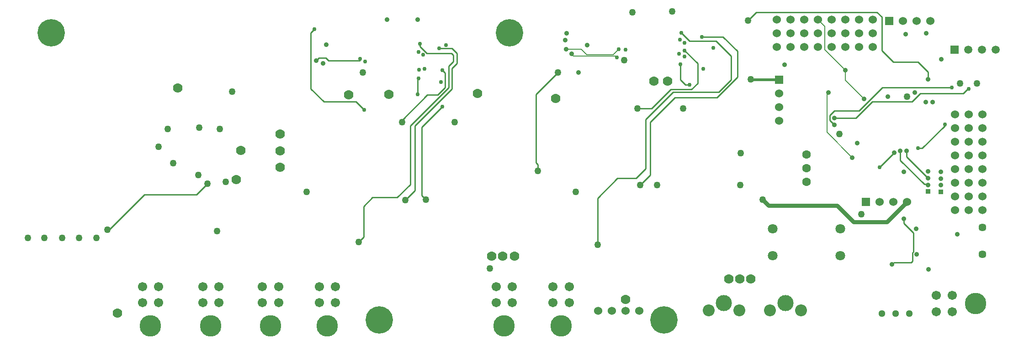
<source format=gbl>
G04 Layer_Physical_Order=4*
G04 Layer_Color=16711680*
%FSLAX23Y23*%
%MOIN*%
G70*
G01*
G75*
%ADD54C,0.010*%
%ADD56C,0.030*%
%ADD58C,0.020*%
%ADD59C,0.006*%
%ADD61C,0.071*%
%ADD62C,0.051*%
%ADD63C,0.118*%
%ADD64C,0.087*%
%ADD65C,0.200*%
%ADD66C,0.057*%
%ADD67C,0.060*%
%ADD68R,0.060X0.060*%
%ADD69R,0.060X0.060*%
%ADD70C,0.063*%
%ADD71C,0.070*%
%ADD72C,0.060*%
%ADD73C,0.035*%
%ADD74R,0.035X0.035*%
%ADD75C,0.067*%
%ADD76C,0.157*%
%ADD77R,0.059X0.059*%
%ADD78C,0.059*%
%ADD79C,0.050*%
%ADD80C,0.030*%
%ADD81C,0.035*%
D54*
X4685Y3615D02*
X5065D01*
X4430Y3360D02*
X4685Y3615D01*
X4415Y3360D02*
X4430D01*
X5065Y3615D02*
X5145Y3695D01*
X6010Y4615D02*
X6030Y4595D01*
X5960Y4615D02*
X6010D01*
X5940Y4595D02*
X5960Y4615D01*
X8627Y4671D02*
X8722Y4576D01*
Y4431D02*
Y4576D01*
X8677Y4386D02*
X8722Y4431D01*
X8752Y4771D02*
X8907D01*
X9012Y4666D01*
Y4476D02*
Y4666D01*
X8862Y4326D02*
X9012Y4476D01*
X8557Y4326D02*
X8862D01*
X8377Y4146D02*
X8557Y4326D01*
X8377Y3761D02*
Y4146D01*
X8302Y3686D02*
X8377Y3761D01*
X8527Y4386D02*
X8677D01*
X8387Y4246D02*
X8527Y4386D01*
X8877Y4366D02*
X8967Y4456D01*
X8542Y4366D02*
X8877D01*
X8342Y4166D02*
X8542Y4366D01*
X8282Y4246D02*
X8387D01*
X8602Y4801D02*
X8662Y4741D01*
X8857D01*
X8967Y4631D01*
Y4456D02*
Y4631D01*
X8342Y3806D02*
Y4166D01*
X8272Y3736D02*
X8342Y3806D01*
X8137Y3736D02*
X8272D01*
X7992Y3591D02*
X8137Y3736D01*
X7992Y3251D02*
Y3591D01*
X7557Y3791D02*
Y3836D01*
X7542Y3851D02*
X7557Y3836D01*
X7542Y3851D02*
Y4351D01*
X7702Y4511D01*
X8632Y4421D02*
X8662D01*
X8597Y4456D02*
X8632Y4421D01*
X8597Y4456D02*
Y4571D01*
X10295Y3197D02*
Y3336D01*
X10225Y3406D02*
X10295Y3336D01*
X10280Y3121D02*
X10290Y3131D01*
X10155Y3121D02*
X10280D01*
X10290Y3131D02*
Y3192D01*
X10295Y3197D01*
X10140Y3106D02*
X10155Y3121D01*
X10200Y3868D02*
Y3938D01*
X10245Y3893D02*
Y3938D01*
X10050Y3818D02*
X10155Y3923D01*
X9090Y4890D02*
X9150Y4950D01*
X10030D01*
X10150Y4585D02*
X10330D01*
X10402Y4513D01*
Y4461D02*
Y4513D01*
X9110Y4460D02*
X9112Y4458D01*
X10245Y3893D02*
X10401Y3737D01*
X10396Y3693D02*
X10401Y3688D01*
X10375Y3693D02*
X10396D01*
X10200Y3868D02*
X10375Y3693D01*
X5900Y4800D02*
X5925Y4825D01*
X5900Y4390D02*
Y4800D01*
Y4390D02*
X5995Y4295D01*
X6230D01*
X6290Y4235D01*
X6680Y4460D02*
X6685Y4465D01*
X6680Y4350D02*
Y4460D01*
X6565Y4145D02*
Y4160D01*
X6750Y4345D01*
X6825D01*
X6695Y4700D02*
Y4720D01*
Y4700D02*
X6745Y4650D01*
X6925D01*
X6250Y3270D02*
X6285Y3305D01*
X6710Y3610D02*
X6740Y3580D01*
X6965Y4575D02*
Y4650D01*
X6930Y4540D02*
X6965Y4575D01*
X6825Y4345D02*
X6880Y4400D01*
X6710Y3610D02*
Y4110D01*
X6860Y4260D01*
X6590Y3575D02*
X6660Y3645D01*
Y4120D01*
X6930Y4390D01*
Y4540D01*
X6905Y4400D02*
Y4555D01*
X6625Y4120D02*
X6905Y4400D01*
X6625Y3690D02*
Y4120D01*
X6530Y3595D02*
X6625Y3690D01*
X6350Y3595D02*
X6530D01*
X6285Y3530D02*
X6350Y3595D01*
X6285Y3305D02*
Y3530D01*
X6930Y4685D02*
X6965Y4650D01*
X6837Y4685D02*
X6930D01*
X6905Y4555D02*
X6940Y4590D01*
Y4635D01*
X6925Y4650D02*
X6940Y4635D01*
X6880Y4400D02*
Y4505D01*
X6860Y4525D02*
X6880Y4505D01*
X10330Y3955D02*
X10360D01*
X10525Y4120D01*
Y4130D01*
X6260Y4600D02*
Y4610D01*
X6030Y4595D02*
X6255D01*
X6260Y4600D01*
X10225Y3406D02*
Y3440D01*
X10065Y4670D02*
X10150Y4585D01*
X10065Y4670D02*
Y4915D01*
X10030Y4950D02*
X10065Y4915D01*
X10345Y4355D02*
X10660D01*
X9900Y4230D02*
X10070Y4400D01*
X10575D01*
X9720Y4230D02*
X9900D01*
X9686Y4159D02*
X9720Y4125D01*
X9686Y4159D02*
Y4196D01*
X9720Y4230D01*
Y4175D02*
X9875D01*
X9995Y4295D01*
X10285D01*
X10345Y4355D01*
X10700Y4390D02*
Y4395D01*
X10660Y4355D02*
X10700Y4395D01*
D56*
X9740Y3535D02*
X9860Y3415D01*
X10101D01*
X10250Y3563D01*
X9195Y3580D02*
X9240Y3535D01*
X9740D01*
D58*
X9112Y4458D02*
X9315D01*
D59*
X7762Y4681D02*
X7872D01*
X8122Y4631D02*
X8132Y4621D01*
X7817Y4631D02*
X8122D01*
X7802Y4646D02*
X7817Y4631D01*
X7912Y4641D02*
X8107D01*
X7872Y4681D02*
X7912Y4641D01*
X8107D02*
X8147Y4681D01*
X9800Y4453D02*
Y4528D01*
Y4453D02*
X9935Y4318D01*
X9650Y4678D02*
X9800Y4528D01*
X9650Y4678D02*
Y4848D01*
X9600Y4898D02*
X9650Y4848D01*
X9665Y4073D02*
X9850Y3888D01*
X9665Y4073D02*
Y4353D01*
X9675Y4363D01*
D61*
X9762Y3366D02*
D03*
X9270D02*
D03*
X9762Y3169D02*
D03*
X9270D02*
D03*
D62*
X10065Y2745D02*
D03*
X10165D02*
D03*
X10265D02*
D03*
D63*
X9362Y2823D02*
D03*
X8913D02*
D03*
D64*
X9250Y2770D02*
D03*
X9474D02*
D03*
X8801D02*
D03*
X9026D02*
D03*
D65*
X8475Y2700D02*
D03*
X7350Y4800D02*
D03*
X6400Y2700D02*
D03*
X4005Y4800D02*
D03*
D66*
X10799Y3378D02*
D03*
Y3181D02*
D03*
D67*
X10420Y4885D02*
D03*
X10320D02*
D03*
X10220D02*
D03*
X10250Y3563D02*
D03*
X10150D02*
D03*
X10050D02*
D03*
X9315Y4158D02*
D03*
Y4258D02*
D03*
Y4358D02*
D03*
X10800Y4203D02*
D03*
X10700D02*
D03*
X10600D02*
D03*
Y4103D02*
D03*
X10700D02*
D03*
X10800D02*
D03*
X10600Y4003D02*
D03*
X10700D02*
D03*
X10800D02*
D03*
X10600Y3903D02*
D03*
X10700D02*
D03*
X10800D02*
D03*
X10600Y3803D02*
D03*
X10700D02*
D03*
X10800D02*
D03*
X10600Y3703D02*
D03*
X10700D02*
D03*
X10800D02*
D03*
X10600Y3603D02*
D03*
X10700D02*
D03*
X10800D02*
D03*
X10600Y3503D02*
D03*
X10700D02*
D03*
X10800D02*
D03*
X9300Y4898D02*
D03*
Y4798D02*
D03*
Y4698D02*
D03*
X9400D02*
D03*
Y4798D02*
D03*
Y4898D02*
D03*
X9500Y4698D02*
D03*
Y4798D02*
D03*
Y4898D02*
D03*
X9600Y4698D02*
D03*
Y4798D02*
D03*
Y4898D02*
D03*
X9700Y4698D02*
D03*
Y4798D02*
D03*
Y4898D02*
D03*
X9800Y4698D02*
D03*
Y4798D02*
D03*
Y4898D02*
D03*
X9900Y4698D02*
D03*
Y4798D02*
D03*
Y4898D02*
D03*
X10000Y4698D02*
D03*
Y4798D02*
D03*
Y4898D02*
D03*
D68*
X10120Y4885D02*
D03*
X9950Y3563D02*
D03*
D69*
X9315Y4458D02*
D03*
D70*
X9515Y3711D02*
D03*
Y3811D02*
D03*
Y3911D02*
D03*
D71*
X8195Y2850D02*
D03*
X4490Y2750D02*
D03*
X5390Y3940D02*
D03*
X4930Y4395D02*
D03*
X9030Y3000D02*
D03*
X9110D02*
D03*
X8950D02*
D03*
X7687Y4321D02*
D03*
X8502Y4446D02*
D03*
X8402D02*
D03*
X5355Y3725D02*
D03*
X5675Y4060D02*
D03*
Y3935D02*
D03*
Y3815D02*
D03*
X6175Y4345D02*
D03*
X6470Y4350D02*
D03*
X7115Y4355D02*
D03*
X7220Y3165D02*
D03*
X7300D02*
D03*
X7385D02*
D03*
D72*
X7995Y2765D02*
D03*
X8095D02*
D03*
X8195D02*
D03*
X8295D02*
D03*
D73*
X10401Y3787D02*
D03*
Y3737D02*
D03*
Y3688D02*
D03*
X10495Y3783D02*
D03*
Y3734D02*
D03*
Y3685D02*
D03*
D74*
X10401Y3639D02*
D03*
X10495Y3636D02*
D03*
D75*
X10580Y2761D02*
D03*
Y2879D02*
D03*
X10462D02*
D03*
Y2761D02*
D03*
X5961Y2825D02*
D03*
X6079D02*
D03*
Y2943D02*
D03*
X5961D02*
D03*
X4671Y2825D02*
D03*
X4789D02*
D03*
Y2943D02*
D03*
X4671D02*
D03*
X7666Y2825D02*
D03*
X7784D02*
D03*
Y2943D02*
D03*
X7666D02*
D03*
X5111Y2825D02*
D03*
X5229D02*
D03*
Y2943D02*
D03*
X5111D02*
D03*
X7251Y2825D02*
D03*
X7369D02*
D03*
Y2943D02*
D03*
X7251D02*
D03*
X5546Y2825D02*
D03*
X5664D02*
D03*
Y2943D02*
D03*
X5546D02*
D03*
D76*
X10750Y2820D02*
D03*
X6020Y2655D02*
D03*
X4730D02*
D03*
X7725D02*
D03*
X5170D02*
D03*
X7310D02*
D03*
X5605D02*
D03*
D77*
X10595Y4675D02*
D03*
D78*
X10695D02*
D03*
X10795D02*
D03*
X10895D02*
D03*
D79*
X4790Y3965D02*
D03*
X5085Y4105D02*
D03*
X5325Y4370D02*
D03*
X4855Y4095D02*
D03*
X4415Y3360D02*
D03*
X6280Y4510D02*
D03*
X8617Y4246D02*
D03*
X8282D02*
D03*
X7557Y3791D02*
D03*
X7702Y4511D02*
D03*
X9032Y3686D02*
D03*
X9037Y3921D02*
D03*
X7832Y3636D02*
D03*
X7992Y3251D02*
D03*
X8427Y3686D02*
D03*
X8302D02*
D03*
X8187Y4601D02*
D03*
X3835Y3300D02*
D03*
X3955D02*
D03*
X4085D02*
D03*
X4210D02*
D03*
X4335D02*
D03*
X10250Y4333D02*
D03*
X9915Y3473D02*
D03*
X9090Y4890D02*
D03*
X9110Y4460D02*
D03*
X5235Y4095D02*
D03*
X5215Y3350D02*
D03*
X4895Y3845D02*
D03*
X5080Y3760D02*
D03*
X5280Y3710D02*
D03*
X5145Y3695D02*
D03*
X6565Y4145D02*
D03*
X6950D02*
D03*
X5870Y3635D02*
D03*
X7205Y3075D02*
D03*
X6250Y3270D02*
D03*
X6590Y3575D02*
D03*
X6740Y3580D02*
D03*
X8245Y4950D02*
D03*
X8535Y4955D02*
D03*
X9195Y3580D02*
D03*
X9755Y4060D02*
D03*
X10760Y4430D02*
D03*
X10635D02*
D03*
D80*
X6690Y4530D02*
D03*
X6685Y4465D02*
D03*
X6695Y4720D02*
D03*
X6720Y4640D02*
D03*
X6685Y4660D02*
D03*
X6295Y4590D02*
D03*
X8762Y4536D02*
D03*
X8752Y4771D02*
D03*
X8662Y4421D02*
D03*
X8837Y4691D02*
D03*
X8597Y4571D02*
D03*
X8627Y4626D02*
D03*
Y4671D02*
D03*
X8587Y4646D02*
D03*
X8602Y4801D02*
D03*
X8132Y4621D02*
D03*
X8147Y4681D02*
D03*
X8197Y4676D02*
D03*
X8627Y4726D02*
D03*
X8592Y4751D02*
D03*
X5925Y4825D02*
D03*
X6290Y4235D02*
D03*
X6885Y4710D02*
D03*
X6730Y4535D02*
D03*
X6680Y4350D02*
D03*
X6850Y4440D02*
D03*
X6860Y4260D02*
D03*
Y4525D02*
D03*
X6837Y4685D02*
D03*
X10330Y3955D02*
D03*
X10525Y4130D02*
D03*
X10050Y3818D02*
D03*
X6260Y4610D02*
D03*
X10575Y4400D02*
D03*
X10700Y4390D02*
D03*
D81*
X6457Y4895D02*
D03*
X6680D02*
D03*
X5940Y4595D02*
D03*
X5990Y4575D02*
D03*
X7757Y4746D02*
D03*
X7762Y4681D02*
D03*
X7802Y4646D02*
D03*
X7852Y4511D02*
D03*
X7917Y4711D02*
D03*
X7767Y4796D02*
D03*
X10320Y3181D02*
D03*
X10315Y3366D02*
D03*
X10405Y3071D02*
D03*
X10140Y3106D02*
D03*
X10200Y3938D02*
D03*
X10245D02*
D03*
X10155Y3923D02*
D03*
X10225Y3783D02*
D03*
X9850Y3888D02*
D03*
X9800Y4528D02*
D03*
X9935Y4318D02*
D03*
X9675Y4363D02*
D03*
X10436Y4293D02*
D03*
X9355Y4568D02*
D03*
X10110Y4333D02*
D03*
X10305Y4363D02*
D03*
X10402Y4461D02*
D03*
X10386Y4293D02*
D03*
X9885Y3993D02*
D03*
X6011Y4714D02*
D03*
X10390Y4795D02*
D03*
X10225Y3440D02*
D03*
X9720Y4125D02*
D03*
Y4175D02*
D03*
X10240Y4790D02*
D03*
X10500Y4605D02*
D03*
X10615Y3325D02*
D03*
M02*

</source>
